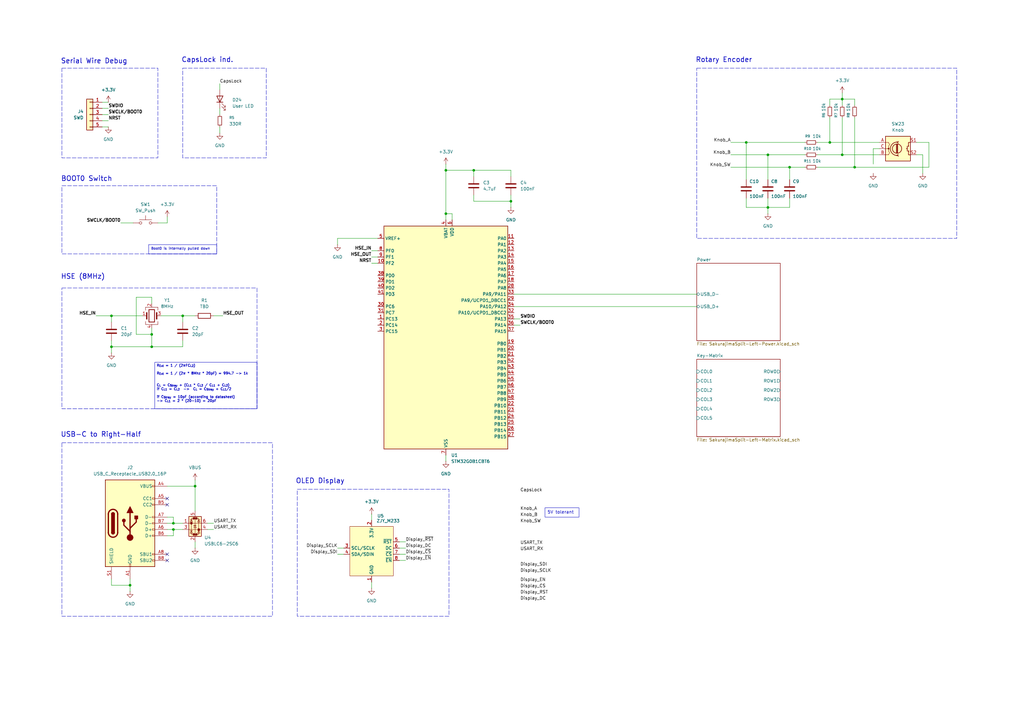
<source format=kicad_sch>
(kicad_sch (version 20250114) (generator "eeschema") (generator_version "9.0")
  (paper "A3")
  (title_block (title "SakurajimaSplit") (date "2025-05-22") (rev "1.0") (company "HayataSama") (comment 1 "https://github.com/HayataSama/SakurajimaSplit"))
  (lib_symbols
    (symbol "Connector:USB_C_Receptacle_USB2.0_16P" (pin_names (offset 1.016))
      (property "Reference" "J" (at 0 22.225 0))
      (property "Value" "USB_C_Receptacle_USB2.0_16P" (at 0 19.685 0))
      (symbol "USB_C_Receptacle_USB2.0_16P_0_0"
        (rectangle (start -0.254 -17.78) (end 0.254 -16.764))
        (rectangle (start 10.16 15.494) (end 9.144 14.986))
        (rectangle (start 10.16 10.414) (end 9.144 9.906))
        (rectangle (start 10.16 7.874) (end 9.144 7.366))
        (rectangle (start 10.16 2.794) (end 9.144 2.286))
        (rectangle (start 10.16 0.254) (end 9.144 -0.254))
        (rectangle (start 10.16 -2.286) (end 9.144 -2.794))
        (rectangle (start 10.16 -4.826) (end 9.144 -5.334))
        (rectangle (start 10.16 -12.446) (end 9.144 -12.954))
        (rectangle (start 10.16 -14.986) (end 9.144 -15.494))
      )
      (symbol "USB_C_Receptacle_USB2.0_16P_0_1"
        (rectangle (start -10.16 17.78) (end 10.16 -17.78) (stroke (width 0.254)) (fill (type background)))
        (polyline (pts (xy -8.89 -3.81) (xy -8.89 3.81)) (stroke (width 0.508)))
        (rectangle (start -7.62 -3.81) (end -6.35 3.81) (stroke (width 0.254)) (fill (type outline)))
        (arc (start -7.62 3.81) (mid -6.985 4.4423) (end -6.35 3.81) (stroke (width 0.254)))
        (arc (start -7.62 3.81) (mid -6.985 4.4423) (end -6.35 3.81) (stroke (width 0.254)) (fill (type outline)))
        (arc (start -8.89 3.81) (mid -6.985 5.7067) (end -5.08 3.81) (stroke (width 0.508)))
        (arc (start -5.08 -3.81) (mid -6.985 -5.7067) (end -8.89 -3.81) (stroke (width 0.508)))
        (arc (start -6.35 -3.81) (mid -6.985 -4.4423) (end -7.62 -3.81) (stroke (width 0.254)))
        (arc (start -6.35 -3.81) (mid -6.985 -4.4423) (end -7.62 -3.81) (stroke (width 0.254)) (fill (type outline)))
        (polyline (pts (xy -5.08 3.81) (xy -5.08 -3.81)) (stroke (width 0.508)))
        (circle (center -2.54 1.143) (radius 0.635) (stroke (width 0.254)) (fill (type outline)))
        (polyline (pts (xy -1.27 4.318) (xy 0 6.858) (xy 1.27 4.318) (xy -1.27 4.318)) (stroke (width 0.254)) (fill (type outline)))
        (polyline (pts (xy 0 -2.032) (xy 2.54 0.508) (xy 2.54 1.778)) (stroke (width 0.508)))
        (polyline (pts (xy 0 -3.302) (xy -2.54 -0.762) (xy -2.54 0.508)) (stroke (width 0.508)))
        (polyline (pts (xy 0 -5.842) (xy 0 4.318)) (stroke (width 0.508)))
        (circle (center 0 -5.842) (radius 1.27) (fill (type outline)))
        (rectangle (start 1.905 1.778) (end 3.175 3.048) (stroke (width 0.254)) (fill (type outline)))
      )
      (symbol "USB_C_Receptacle_USB2.0_16P_1_1"
        (pin passive line (at -7.62 -22.86 90) (length 5.08) (name "SHIELD") (number "S1"))
        (pin passive line (at 0 -22.86 90) (length 5.08) (name "GND") (number "A1"))
        (pin passive line (at 0 -22.86 90) (length 5.08) (hide yes) (name "GND") (number "A12"))
        (pin passive line (at 0 -22.86 90) (length 5.08) (hide yes) (name "GND") (number "B1"))
        (pin passive line (at 0 -22.86 90) (length 5.08) (hide yes) (name "GND") (number "B12"))
        (pin passive line (at 15.24 15.24 180) (length 5.08) (name "VBUS") (number "A4"))
        (pin passive line (at 15.24 15.24 180) (length 5.08) (hide yes) (name "VBUS") (number "A9"))
        (pin passive line (at 15.24 15.24 180) (length 5.08) (hide yes) (name "VBUS") (number "B4"))
        (pin passive line (at 15.24 15.24 180) (length 5.08) (hide yes) (name "VBUS") (number "B9"))
        (pin bidirectional line (at 15.24 10.16 180) (length 5.08) (name "CC1") (number "A5"))
        (pin bidirectional line (at 15.24 7.62 180) (length 5.08) (name "CC2") (number "B5"))
        (pin bidirectional line (at 15.24 2.54 180) (length 5.08) (name "D-") (number "A7"))
        (pin bidirectional line (at 15.24 0 180) (length 5.08) (name "D-") (number "B7"))
        (pin bidirectional line (at 15.24 -2.54 180) (length 5.08) (name "D+") (number "A6"))
        (pin bidirectional line (at 15.24 -5.08 180) (length 5.08) (name "D+") (number "B6"))
        (pin bidirectional line (at 15.24 -12.7 180) (length 5.08) (name "SBU1") (number "A8"))
        (pin bidirectional line (at 15.24 -15.24 180) (length 5.08) (name "SBU2") (number "B8"))
      )
    )
    (symbol "Connector_Generic:Conn_01x05" (pin_names (offset 1.016) (hide yes))
      (property "Reference" "J" (at 0 7.62 0))
      (property "Value" "Conn_01x05" (at 0 -7.62 0))
      (symbol "Conn_01x05_1_1"
        (rectangle (start -1.27 6.35) (end 1.27 -6.35) (stroke (width 0.254)) (fill (type background)))
        (rectangle (start -1.27 5.207) (end 0 4.953) (stroke (width 0.1524)))
        (rectangle (start -1.27 2.667) (end 0 2.413) (stroke (width 0.1524)))
        (rectangle (start -1.27 0.127) (end 0 -0.127) (stroke (width 0.1524)))
        (rectangle (start -1.27 -2.413) (end 0 -2.667) (stroke (width 0.1524)))
        (rectangle (start -1.27 -4.953) (end 0 -5.207) (stroke (width 0.1524)))
        (pin passive line (at -5.08 5.08 0) (length 3.81) (name "Pin_1") (number "1"))
        (pin passive line (at -5.08 2.54 0) (length 3.81) (name "Pin_2") (number "2"))
        (pin passive line (at -5.08 0 0) (length 3.81) (name "Pin_3") (number "3"))
        (pin passive line (at -5.08 -2.54 0) (length 3.81) (name "Pin_4") (number "4"))
        (pin passive line (at -5.08 -5.08 0) (length 3.81) (name "Pin_5") (number "5"))
      )
    )
    (symbol "Device:C" (pin_numbers (hide yes)) (pin_names (offset 0.254))
      (property "Reference" "C" (at 0.635 2.54 0))
      (property "Value" "C" (at 0.635 -2.54 0))
      (symbol "C_0_1"
        (polyline (pts (xy -2.032 0.762) (xy 2.032 0.762)) (stroke (width 0.508)))
        (polyline (pts (xy -2.032 -0.762) (xy 2.032 -0.762)) (stroke (width 0.508)))
      )
      (symbol "C_1_1"
        (pin passive line (at 0 3.81 270) (length 2.794) (name "~") (number "1"))
        (pin passive line (at 0 -3.81 90) (length 2.794) (name "~") (number "2"))
      )
    )
    (symbol "Device:Crystal_GND24" (pin_names (offset 1.016) (hide yes))
      (property "Reference" "Y" (at 3.175 5.08 0))
      (property "Value" "Crystal_GND24" (at 3.175 3.175 0))
      (symbol "Crystal_GND24_0_1"
        (polyline (pts (xy -2.54 2.286) (xy -2.54 3.556) (xy 2.54 3.556) (xy 2.54 2.286)))
        (polyline (pts (xy -2.54 0) (xy -2.032 0)))
        (polyline (pts (xy -2.54 -2.286) (xy -2.54 -3.556) (xy 2.54 -3.556) (xy 2.54 -2.286)))
        (polyline (pts (xy -2.032 -1.27) (xy -2.032 1.27)) (stroke (width 0.508)))
        (rectangle (start -1.143 2.54) (end 1.143 -2.54) (stroke (width 0.3048)))
        (polyline (pts (xy 0 3.556) (xy 0 3.81)))
        (polyline (pts (xy 0 -3.81) (xy 0 -3.556)))
        (polyline (pts (xy 2.032 0) (xy 2.54 0)))
        (polyline (pts (xy 2.032 -1.27) (xy 2.032 1.27)) (stroke (width 0.508)))
      )
      (symbol "Crystal_GND24_1_1"
        (pin passive line (at -3.81 0 0) (length 1.27) (name "1") (number "1"))
        (pin passive line (at 0 5.08 270) (length 1.27) (name "2") (number "2"))
        (pin passive line (at 0 -5.08 90) (length 1.27) (name "4") (number "4"))
        (pin passive line (at 3.81 0 180) (length 1.27) (name "3") (number "3"))
      )
    )
    (symbol "Device:LED" (pin_numbers (hide yes)) (pin_names (offset 1.016) (hide yes))
      (property "Reference" "D" (at 0 2.54 0))
      (property "Value" "LED" (at 0 -2.54 0))
      (symbol "LED_0_1"
        (polyline (pts (xy -3.048 -0.762) (xy -4.572 -2.286) (xy -3.81 -2.286) (xy -4.572 -2.286) (xy -4.572 -1.524)))
        (polyline (pts (xy -1.778 -0.762) (xy -3.302 -2.286) (xy -2.54 -2.286) (xy -3.302 -2.286) (xy -3.302 -1.524)))
        (polyline (pts (xy -1.27 0) (xy 1.27 0)))
        (polyline (pts (xy -1.27 -1.27) (xy -1.27 1.27)) (stroke (width 0.254)))
        (polyline (pts (xy 1.27 -1.27) (xy 1.27 1.27) (xy -1.27 0) (xy 1.27 -1.27)) (stroke (width 0.254)))
      )
      (symbol "LED_1_1"
        (pin passive line (at -3.81 0 0) (length 2.54) (name "K") (number "1"))
        (pin passive line (at 3.81 0 180) (length 2.54) (name "A") (number "2"))
      )
    )
    (symbol "Device:R" (pin_numbers (hide yes)) (pin_names (offset 0))
      (property "Reference" "R" (at 2.032 0 90))
      (property "Value" "R" (at 0 0 90))
      (symbol "R_0_1"
        (rectangle (start -1.016 -2.54) (end 1.016 2.54) (stroke (width 0.254)))
      )
      (symbol "R_1_1"
        (pin passive line (at 0 3.81 270) (length 1.27) (name "~") (number "1"))
        (pin passive line (at 0 -3.81 90) (length 1.27) (name "~") (number "2"))
      )
    )
    (symbol "Device:R_Small" (pin_numbers (hide yes)) (pin_names (offset 0.254) (hide yes))
      (property "Reference" "R" (at 0 0 90))
      (property "Value" "R_Small" (at 1.778 0 90))
      (symbol "R_Small_0_1"
        (rectangle (start -0.762 1.778) (end 0.762 -1.778) (stroke (width 0.2032)))
      )
      (symbol "R_Small_1_1"
        (pin passive line (at 0 2.54 270) (length 0.762) (name "~") (number "1"))
        (pin passive line (at 0 -2.54 90) (length 0.762) (name "~") (number "2"))
      )
    )
    (symbol "Device:RotaryEncoder_Switch" (pin_names (offset 0.254) (hide yes))
      (property "Reference" "SW" (at 0 6.604 0))
      (property "Value" "RotaryEncoder_Switch" (at 0 -6.604 0))
      (symbol "RotaryEncoder_Switch_0_1"
        (rectangle (start -5.08 5.08) (end 5.08 -5.08) (stroke (width 0.254)) (fill (type background)))
        (polyline (pts (xy -5.08 2.54) (xy -3.81 2.54) (xy -3.81 2.032)))
        (polyline (pts (xy -5.08 0) (xy -3.81 0) (xy -3.81 -1.016) (xy -3.302 -2.032)))
        (polyline (pts (xy -5.08 -2.54) (xy -3.81 -2.54) (xy -3.81 -2.032)))
        (polyline (pts (xy -4.318 0) (xy -3.81 0) (xy -3.81 1.016) (xy -3.302 2.032)))
        (circle (center -3.81 0) (radius 0.254) (fill (type outline)))
        (polyline (pts (xy -0.635 -1.778) (xy -0.635 1.778)) (stroke (width 0.254)))
        (circle (center -0.381 0) (radius 1.905) (stroke (width 0.254)))
        (polyline (pts (xy -0.381 -1.778) (xy -0.381 1.778)) (stroke (width 0.254)))
        (arc (start -0.381 -2.794) (mid -3.0988 -0.0635) (end -0.381 2.667) (stroke (width 0.254)))
        (polyline (pts (xy -0.127 1.778) (xy -0.127 -1.778)) (stroke (width 0.254)))
        (polyline (pts (xy 0.254 2.921) (xy -0.508 2.667) (xy 0.127 2.286)) (stroke (width 0.254)))
        (polyline (pts (xy 0.254 -3.048) (xy -0.508 -2.794) (xy 0.127 -2.413)) (stroke (width 0.254)))
        (polyline (pts (xy 3.81 1.016) (xy 3.81 -1.016)) (stroke (width 0.254)))
        (polyline (pts (xy 3.81 0) (xy 3.429 0)) (stroke (width 0.254)))
        (circle (center 4.318 1.016) (radius 0.127) (stroke (width 0.254)))
        (circle (center 4.318 -1.016) (radius 0.127) (stroke (width 0.254)))
        (polyline (pts (xy 5.08 2.54) (xy 4.318 2.54) (xy 4.318 1.016)) (stroke (width 0.254)))
        (polyline (pts (xy 5.08 -2.54) (xy 4.318 -2.54) (xy 4.318 -1.016)) (stroke (width 0.254)))
      )
      (symbol "RotaryEncoder_Switch_1_1"
        (pin passive line (at -7.62 2.54 0) (length 2.54) (name "A") (number "A"))
        (pin passive line (at -7.62 0 0) (length 2.54) (name "C") (number "C"))
        (pin passive line (at -7.62 -2.54 0) (length 2.54) (name "B") (number "B"))
        (pin passive line (at 7.62 2.54 180) (length 2.54) (name "S1") (number "S1"))
        (pin passive line (at 7.62 -2.54 180) (length 2.54) (name "S2") (number "S2"))
      )
    )
    (symbol "Hayata_Lib:OLED_SSD1305"
      (property "Reference" "U" (at 7.366 14.224 0))
      (symbol "OLED_SSD1305_1_1"
        (rectangle (start -8.89 11.43) (end 8.89 -8.89) (fill (type background)))
        (pin input line (at -11.43 2.54 0) (length 2.54) (name "SCL/SCLK") (number "3"))
        (pin input line (at -11.43 0 0) (length 2.54) (name "SDA/SDIN") (number "4"))
        (pin power_in line (at 0 13.97 270) (length 2.54) (name "3.3V") (number "2"))
        (pin power_in line (at 0 -11.43 90) (length 2.54) (name "GND") (number "1"))
        (pin input line (at 11.43 5.08 180) (length 2.54) (name "~{RST}") (number "5"))
        (pin input line (at 11.43 2.54 180) (length 2.54) (name "DC") (number "6"))
        (pin input line (at 11.43 0 180) (length 2.54) (name "~{CS}") (number "7"))
        (pin input line (at 11.43 -2.54 180) (length 2.54) (name "~{EN}") (number "8"))
      )
    )
    (symbol "MCU_ST_STM32G0:STM32G0B1CBTx"
      (property "Reference" "U" (at -25.4 46.99 0))
      (property "Value" "STM32G0B1CBTx" (at 5.08 46.99 0))
      (symbol "STM32G0B1CBTx_0_1"
        (rectangle (start -25.4 -45.72) (end 25.4 45.72) (stroke (width 0.254)) (fill (type background)))
      )
      (symbol "STM32G0B1CBTx_1_1"
        (pin input line (at -27.94 40.64 0) (length 2.54) (name "VREF+") (number "5"))
        (pin bidirectional line (at -27.94 35.56 0) (length 2.54) (name "PF0") (number "8"))
        (pin bidirectional line (at -27.94 33.02 0) (length 2.54) (name "PF1") (number "9"))
        (pin bidirectional line (at -27.94 30.48 0) (length 2.54) (name "PF2") (number "10"))
        (pin bidirectional line (at -27.94 25.4 0) (length 2.54) (name "PD0") (number "38"))
        (pin bidirectional line (at -27.94 22.86 0) (length 2.54) (name "PD1") (number "39"))
        (pin bidirectional line (at -27.94 20.32 0) (length 2.54) (name "PD2") (number "40"))
        (pin bidirectional line (at -27.94 17.78 0) (length 2.54) (name "PD3") (number "41"))
        (pin bidirectional line (at -27.94 12.7 0) (length 2.54) (name "PC6") (number "30"))
        (pin bidirectional line (at -27.94 10.16 0) (length 2.54) (name "PC7") (number "31"))
        (pin bidirectional line (at -27.94 7.62 0) (length 2.54) (name "PC13") (number "1"))
        (pin bidirectional line (at -27.94 5.08 0) (length 2.54) (name "PC14") (number "2"))
        (pin bidirectional line (at -27.94 2.54 0) (length 2.54) (name "PC15") (number "3"))
        (pin power_in line (at 0 48.26 270) (length 2.54) (name "VBAT") (number "4"))
        (pin power_in line (at 0 -48.26 90) (length 2.54) (name "VSS") (number "7"))
        (pin power_in line (at 2.54 48.26 270) (length 2.54) (name "VDD") (number "6"))
        (pin bidirectional line (at 27.94 40.64 180) (length 2.54) (name "PA0") (number "11"))
        (pin bidirectional line (at 27.94 38.1 180) (length 2.54) (name "PA1") (number "12"))
        (pin bidirectional line (at 27.94 35.56 180) (length 2.54) (name "PA2") (number "13"))
        (pin bidirectional line (at 27.94 33.02 180) (length 2.54) (name "PA3") (number "14"))
        (pin bidirectional line (at 27.94 30.48 180) (length 2.54) (name "PA4") (number "15"))
        (pin bidirectional line (at 27.94 27.94 180) (length 2.54) (name "PA5") (number "16"))
        (pin bidirectional line (at 27.94 25.4 180) (length 2.54) (name "PA6") (number "17"))
        (pin bidirectional line (at 27.94 22.86 180) (length 2.54) (name "PA7") (number "18"))
        (pin bidirectional line (at 27.94 20.32 180) (length 2.54) (name "PA8") (number "28"))
        (pin bidirectional line (at 27.94 17.78 180) (length 2.54) (name "PA9/PA11") (number "33"))
        (pin bidirectional line (at 27.94 15.24 180) (length 2.54) (name "PA9/UCPD1_DBCC1") (number "29"))
        (pin bidirectional line (at 27.94 12.7 180) (length 2.54) (name "PA10/PA12") (number "34"))
        (pin bidirectional line (at 27.94 10.16 180) (length 2.54) (name "PA10/UCPD1_DBCC2") (number "32"))
        (pin bidirectional line (at 27.94 7.62 180) (length 2.54) (name "PA13") (number "35"))
        (pin bidirectional line (at 27.94 5.08 180) (length 2.54) (name "PA14") (number "36"))
        (pin bidirectional line (at 27.94 2.54 180) (length 2.54) (name "PA15") (number "37"))
        (pin bidirectional line (at 27.94 -2.54 180) (length 2.54) (name "PB0") (number "19"))
        (pin bidirectional line (at 27.94 -5.08 180) (length 2.54) (name "PB1") (number "20"))
        (pin bidirectional line (at 27.94 -7.62 180) (length 2.54) (name "PB2") (number "21"))
        (pin bidirectional line (at 27.94 -10.16 180) (length 2.54) (name "PB3") (number "42"))
        (pin bidirectional line (at 27.94 -12.7 180) (length 2.54) (name "PB4") (number "43"))
        (pin bidirectional line (at 27.94 -15.24 180) (length 2.54) (name "PB5") (number "44"))
        (pin bidirectional line (at 27.94 -17.78 180) (length 2.54) (name "PB6") (number "45"))
        (pin bidirectional line (at 27.94 -20.32 180) (length 2.54) (name "PB7") (number "46"))
        (pin bidirectional line (at 27.94 -22.86 180) (length 2.54) (name "PB8") (number "47"))
        (pin bidirectional line (at 27.94 -25.4 180) (length 2.54) (name "PB9") (number "48"))
        (pin bidirectional line (at 27.94 -27.94 180) (length 2.54) (name "PB10") (number "22"))
        (pin bidirectional line (at 27.94 -30.48 180) (length 2.54) (name "PB11") (number "23"))
        (pin bidirectional line (at 27.94 -33.02 180) (length 2.54) (name "PB12") (number "24"))
        (pin bidirectional line (at 27.94 -35.56 180) (length 2.54) (name "PB13") (number "25"))
        (pin bidirectional line (at 27.94 -38.1 180) (length 2.54) (name "PB14") (number "26"))
        (pin bidirectional line (at 27.94 -40.64 180) (length 2.54) (name "PB15") (number "27"))
      )
    )
    (symbol "Power_Protection:USBLC6-2SC6" (pin_names (hide yes))
      (property "Reference" "U" (at 0.635 5.715 0))
      (property "Value" "USBLC6-2SC6" (at 0.635 3.81 0))
      (symbol "USBLC6-2SC6_0_0"
        (circle (center -1.524 0) (radius 0.0001) (stroke (width 0.508)))
        (circle (center -0.508 2.032) (radius 0.0001) (stroke (width 0.508)))
        (circle (center -0.508 -4.572) (radius 0.0001) (stroke (width 0.508)))
        (circle (center 0.508 2.032) (radius 0.0001) (stroke (width 0.508)))
        (circle (center 0.508 -4.572) (radius 0.0001) (stroke (width 0.508)))
        (circle (center 1.524 -2.54) (radius 0.0001) (stroke (width 0.508)))
      )
      (symbol "USBLC6-2SC6_0_1"
        (polyline (pts (xy -2.54 0) (xy 2.54 0)))
        (polyline (pts (xy -2.54 -2.54) (xy 2.54 -2.54)))
        (polyline (pts (xy -2.032 0.508) (xy -1.016 0.508) (xy -1.524 1.524) (xy -2.032 0.508)))
        (polyline (pts (xy -2.032 -3.048) (xy -1.016 -3.048)))
        (polyline (pts (xy -1.016 1.524) (xy -2.032 1.524)))
        (polyline (pts (xy -1.016 -4.064) (xy -2.032 -4.064) (xy -1.524 -3.048) (xy -1.016 -4.064)))
        (polyline (pts (xy -0.508 -1.143) (xy -0.508 -0.762) (xy 0.508 -0.762)))
        (polyline (pts (xy 0 2.54) (xy -0.508 2.032) (xy 0.508 2.032) (xy 0 1.524) (xy 0 -4.064) (xy -0.508 -4.572) (xy 0.508 -4.572) (xy 0 -5.08)))
        (polyline (pts (xy 0.508 -1.778) (xy -0.508 -1.778) (xy 0 -0.762) (xy 0.508 -1.778)))
        (polyline (pts (xy 1.016 1.524) (xy 2.032 1.524)))
        (polyline (pts (xy 1.016 -3.048) (xy 2.032 -3.048)))
        (polyline (pts (xy 2.032 0.508) (xy 1.016 0.508) (xy 1.524 1.524) (xy 2.032 0.508)))
        (polyline (pts (xy 2.032 -4.064) (xy 1.016 -4.064) (xy 1.524 -3.048) (xy 2.032 -4.064)))
      )
      (symbol "USBLC6-2SC6_1_1"
        (rectangle (start -2.54 2.794) (end 2.54 -5.334) (stroke (width 0.254)) (fill (type background)))
        (polyline (pts (xy -0.508 2.032) (xy -1.524 2.032) (xy -1.524 -4.572) (xy -0.508 -4.572)))
        (polyline (pts (xy 0.508 -4.572) (xy 1.524 -4.572) (xy 1.524 2.032) (xy 0.508 2.032)))
        (pin passive line (at -5.08 0 0) (length 2.54) (name "I/O1") (number "1"))
        (pin passive line (at -5.08 -2.54 0) (length 2.54) (name "I/O2") (number "3"))
        (pin passive line (at 0 5.08 270) (length 2.54) (name "VBUS") (number "5"))
        (pin passive line (at 0 -7.62 90) (length 2.54) (name "GND") (number "2"))
        (pin passive line (at 5.08 0 180) (length 2.54) (name "I/O1") (number "6"))
        (pin passive line (at 5.08 -2.54 180) (length 2.54) (name "I/O2") (number "4"))
      )
    )
    (symbol "Switch:SW_Push" (pin_numbers (hide yes)) (pin_names (offset 1.016) (hide yes))
      (property "Reference" "SW" (at 1.27 2.54 0))
      (property "Value" "SW_Push" (at 0 -1.524 0))
      (symbol "SW_Push_0_1"
        (circle (center -2.032 0) (radius 0.508))
        (polyline (pts (xy 0 1.27) (xy 0 3.048)))
        (circle (center 2.032 0) (radius 0.508))
        (polyline (pts (xy 2.54 1.27) (xy -2.54 1.27)))
        (pin passive line (at -5.08 0 0) (length 2.54) (name "1") (number "1"))
        (pin passive line (at 5.08 0 180) (length 2.54) (name "2") (number "2"))
      )
    )
    (symbol "power:+3.3V" (power) (pin_numbers (hide yes)) (pin_names (offset 0) (hide yes))
      (property "Value" "+3.3V" (at 0 3.556 0))
      (symbol "+3.3V_0_1"
        (polyline (pts (xy -0.762 1.27) (xy 0 2.54)))
        (polyline (pts (xy 0 2.54) (xy 0.762 1.27)))
        (polyline (pts (xy 0 0) (xy 0 2.54)))
      )
      (symbol "+3.3V_1_1"
        (pin power_in line (at 0 0 90) (length 0) (name "~") (number "1"))
      )
    )
    (symbol "power:+5V" (power) (pin_numbers (hide yes)) (pin_names (offset 0) (hide yes))
      (property "Value" "+5V" (at 0 3.556 0))
      (symbol "+5V_0_1"
        (polyline (pts (xy -0.762 1.27) (xy 0 2.54)))
        (polyline (pts (xy 0 2.54) (xy 0.762 1.27)))
        (polyline (pts (xy 0 0) (xy 0 2.54)))
      )
      (symbol "+5V_1_1"
        (pin power_in line (at 0 0 90) (length 0) (name "~") (number "1"))
      )
    )
    (symbol "power:GND" (power) (pin_numbers (hide yes)) (pin_names (offset 0) (hide yes))
      (property "Value" "GND" (at 0 -3.81 0))
      (symbol "GND_0_1"
        (polyline (pts (xy 0 0) (xy 0 -1.27) (xy 1.27 -1.27) (xy 0 -2.54) (xy -1.27 -1.27) (xy 0 -1.27)))
      )
      (symbol "GND_1_1"
        (pin power_in line (at 0 0 270) (length 0) (name "~") (number "1"))
      )
    )
    (symbol "power:VBUS" (power) (pin_numbers (hide yes)) (pin_names (offset 0) (hide yes))
      (property "Value" "VBUS" (at 0 3.556 0))
      (symbol "VBUS_0_1"
        (polyline (pts (xy -0.762 1.27) (xy 0 2.54)))
        (polyline (pts (xy 0 2.54) (xy 0.762 1.27)))
        (polyline (pts (xy 0 0) (xy 0 2.54)))
      )
      (symbol "VBUS_1_1"
        (pin power_in line (at 0 0 90) (length 0) (name "~") (number "1"))
      )
    )
  )
  (rectangle (start 74.93 27.94) (end 109.22 64.77) (stroke (width 0) (type dash)))
  (rectangle (start 25.4 118.11) (end 105.41 167.64) (stroke (width 0) (type dash)))
  (rectangle (start 285.75 27.94) (end 392.43 97.79) (stroke (width 0) (type dash)))
  (rectangle (start 25.4 27.94) (end 64.77 64.77) (stroke (width 0) (type dash)))
  (rectangle (start 25.4 76.2) (end 88.9 104.14) (stroke (width 0) (type dash)))
  (rectangle (start 121.92 200.66) (end 184.15 252.73) (stroke (width 0) (type dash)))
  (rectangle (start 25.4 181.61) (end 111.76 252.73) (stroke (width 0) (type dash)))
  (text "HSE (8MHz)" (at 34.036 113.538 0) (effects (font (size 2 2) (thickness 0.254) (bold yes))))
  (text "USB-C to Right-Half\n" (at 41.402 178.308 0) (effects (font (size 2 2) (thickness 0.254) (bold yes))))
  (text "Rotary Encoder" (at 296.926 24.638 0) (effects (font (size 2 2) (thickness 0.254) (bold yes))))
  (text "Serial Wire Debug" (at 38.608 25.146 0) (effects (font (size 2 2) (thickness 0.254) (bold yes))))
  (text "CapsLock ind." (at 85.09 24.638 0) (effects (font (size 2 2) (thickness 0.254) (bold yes))))
  (text "BOOT0 Switch" (at 35.56 73.406 0) (effects (font (size 2 2) (thickness 0.254) (bold yes))))
  (text "OLED Display" (at 131.318 197.358 0) (effects (font (size 2 2) (thickness 0.254) (bold yes))))
  (text_box "5V tolerant" (at 223.52 208.28 0) (size 13.97 3.81) (margins 0.9525 0.9525 0.9525 0.9525) (effects (font (size 1.27 1.27)) (justify left top)))
  (text_box "R_{Ext} = 1 / (2πFC_{L2})\n\nR_{Ext} = 1 / (2π * 8Mhz * 20pF) = 994.7 -> 1k\n\n\nC_{L} = C_{Stray} + (C_{L_{1}} * C_{L_{2}} / C_{L_{1}} + C_{L_{2}})\nif C_{L_{1}} = C_{L_{2}}  ->  C_{L} = C_{Stray} + C_{L_{1}}/2\n\nif C_{Stray} = 10pF (according to datasheet)\n-> C_{L_{1}} = 2 * (20-10) = 20pF" (at 63.5 148.59 0) (size 41.91 19.05) (margins 0.6858 0.6858 0.6858 0.6858) (effects (font (size 1 1) (thickness 0.2) (bold yes)) (justify left top)))
  (text_box "Boot0 is internally pulled down" (at 60.96 100.33 0) (size 27.94 3.81) (margins 0.9525 0.9525 0.9525 0.9525) (effects (font (size 1 1)) (justify left top)))
  (junction (at 182.88 87.63))
  (junction (at 314.96 85.09))
  (junction (at 62.23 137.16))
  (junction (at 80.01 199.39))
  (junction (at 350.52 68.58))
  (junction (at 182.88 69.85))
  (junction (at 74.93 129.54))
  (junction (at 345.44 63.5))
  (junction (at 340.36 58.42))
  (junction (at 209.55 82.55))
  (junction (at 71.12 217.17))
  (junction (at 306.07 58.42))
  (junction (at 314.96 63.5))
  (junction (at 71.12 214.63))
  (junction (at 45.72 142.24))
  (junction (at 62.23 142.24))
  (junction (at 345.44 40.64))
  (junction (at 45.72 129.54))
  (junction (at 53.34 240.03))
  (junction (at 194.31 69.85))
  (junction (at 323.85 68.58))
  (no_connect (at 68.58 207.01))
  (no_connect (at 68.58 229.87))
  (no_connect (at 68.58 227.33))
  (no_connect (at 68.58 204.47))
  (wire (pts (xy 194.31 69.85) (xy 209.55 69.85)))
  (wire (pts (xy 74.93 142.24) (xy 74.93 139.7)))
  (wire (pts (xy 323.85 73.66) (xy 323.85 68.58)))
  (wire (pts (xy 163.83 229.87) (xy 166.37 229.87)))
  (wire (pts (xy 314.96 73.66) (xy 314.96 63.5)))
  (wire (pts (xy 55.88 121.92) (xy 55.88 137.16)))
  (wire (pts (xy 87.63 217.17) (xy 85.09 217.17)))
  (wire (pts (xy 39.37 129.54) (xy 45.72 129.54)))
  (wire (pts (xy 306.07 73.66) (xy 306.07 58.42)))
  (wire (pts (xy 314.96 85.09) (xy 314.96 87.63)))
  (wire (pts (xy 345.44 40.64) (xy 345.44 43.18)))
  (wire (pts (xy 152.4 210.82) (xy 152.4 213.36)))
  (wire (pts (xy 53.34 242.57) (xy 53.34 240.03)))
  (wire (pts (xy 345.44 63.5) (xy 360.68 63.5)))
  (wire (pts (xy 71.12 217.17) (xy 71.12 219.71)))
  (wire (pts (xy 138.43 97.79) (xy 154.94 97.79)))
  (wire (pts (xy 62.23 124.46) (xy 62.23 121.92)))
  (wire (pts (xy 381 58.42) (xy 381 68.58)))
  (wire (pts (xy 340.36 48.26) (xy 340.36 58.42)))
  (wire (pts (xy 41.91 49.53) (xy 44.45 49.53)))
  (wire (pts (xy 71.12 219.71) (xy 68.58 219.71)))
  (wire (pts (xy 45.72 129.54) (xy 58.42 129.54)))
  (wire (pts (xy 53.34 240.03) (xy 53.34 237.49)))
  (wire (pts (xy 314.96 85.09) (xy 323.85 85.09)))
  (wire (pts (xy 213.36 133.35) (xy 210.82 133.35)))
  (wire (pts (xy 152.4 102.87) (xy 154.94 102.87)))
  (wire (pts (xy 71.12 217.17) (xy 74.93 217.17)))
  (wire (pts (xy 62.23 121.92) (xy 55.88 121.92)))
  (wire (pts (xy 68.58 217.17) (xy 71.12 217.17)))
  (wire (pts (xy 41.91 44.45) (xy 44.45 44.45)))
  (wire (pts (xy 194.31 80.01) (xy 194.31 82.55)))
  (wire (pts (xy 68.58 91.44) (xy 68.58 88.9)))
  (wire (pts (xy 44.45 41.91) (xy 41.91 41.91)))
  (wire (pts (xy 49.53 91.44) (xy 54.61 91.44)))
  (wire (pts (xy 152.4 107.95) (xy 154.94 107.95)))
  (wire (pts (xy 350.52 43.18) (xy 350.52 40.64)))
  (wire (pts (xy 182.88 87.63) (xy 185.42 87.63)))
  (wire (pts (xy 182.88 186.69) (xy 182.88 189.23)))
  (wire (pts (xy 163.83 222.25) (xy 166.37 222.25)))
  (wire (pts (xy 340.36 58.42) (xy 360.68 58.42)))
  (wire (pts (xy 323.85 68.58) (xy 330.2 68.58)))
  (wire (pts (xy 350.52 40.64) (xy 345.44 40.64)))
  (wire (pts (xy 299.72 63.5) (xy 314.96 63.5)))
  (wire (pts (xy 299.72 68.58) (xy 323.85 68.58)))
  (wire (pts (xy 350.52 48.26) (xy 350.52 68.58)))
  (wire (pts (xy 62.23 137.16) (xy 62.23 142.24)))
  (wire (pts (xy 182.88 90.17) (xy 182.88 87.63)))
  (wire (pts (xy 90.17 34.29) (xy 90.17 36.83)))
  (wire (pts (xy 209.55 80.01) (xy 209.55 82.55)))
  (wire (pts (xy 71.12 212.09) (xy 71.12 214.63)))
  (wire (pts (xy 358.14 60.96) (xy 358.14 67.31)))
  (wire (pts (xy 138.43 227.33) (xy 140.97 227.33)))
  (wire (pts (xy 314.96 81.28) (xy 314.96 85.09)))
  (wire (pts (xy 213.36 130.81) (xy 210.82 130.81)))
  (wire (pts (xy 185.42 87.63) (xy 185.42 90.17)))
  (wire (pts (xy 90.17 44.45) (xy 90.17 46.99)))
  (wire (pts (xy 210.82 125.73) (xy 285.75 125.73)))
  (wire (pts (xy 375.92 58.42) (xy 381 58.42)))
  (wire (pts (xy 345.44 38.1) (xy 345.44 40.64)))
  (wire (pts (xy 194.31 72.39) (xy 194.31 69.85)))
  (wire (pts (xy 80.01 196.85) (xy 80.01 199.39)))
  (wire (pts (xy 210.82 120.65) (xy 285.75 120.65)))
  (wire (pts (xy 323.85 81.28) (xy 323.85 85.09)))
  (wire (pts (xy 66.04 129.54) (xy 74.93 129.54)))
  (wire (pts (xy 345.44 48.26) (xy 345.44 63.5)))
  (wire (pts (xy 299.72 58.42) (xy 306.07 58.42)))
  (wire (pts (xy 55.88 137.16) (xy 62.23 137.16)))
  (wire (pts (xy 306.07 85.09) (xy 314.96 85.09)))
  (wire (pts (xy 74.93 129.54) (xy 80.01 129.54)))
  (wire (pts (xy 68.58 214.63) (xy 71.12 214.63)))
  (wire (pts (xy 209.55 69.85) (xy 209.55 72.39)))
  (wire (pts (xy 74.93 132.08) (xy 74.93 129.54)))
  (wire (pts (xy 340.36 40.64) (xy 345.44 40.64)))
  (wire (pts (xy 80.01 222.25) (xy 80.01 224.79)))
  (wire (pts (xy 87.63 214.63) (xy 85.09 214.63)))
  (wire (pts (xy 163.83 224.79) (xy 166.37 224.79)))
  (wire (pts (xy 45.72 144.78) (xy 45.72 142.24)))
  (wire (pts (xy 182.88 69.85) (xy 182.88 87.63)))
  (wire (pts (xy 340.36 40.64) (xy 340.36 43.18)))
  (wire (pts (xy 68.58 199.39) (xy 80.01 199.39)))
  (wire (pts (xy 45.72 237.49) (xy 45.72 240.03)))
  (wire (pts (xy 45.72 240.03) (xy 53.34 240.03)))
  (wire (pts (xy 335.28 68.58) (xy 350.52 68.58)))
  (wire (pts (xy 152.4 105.41) (xy 154.94 105.41)))
  (wire (pts (xy 163.83 227.33) (xy 166.37 227.33)))
  (wire (pts (xy 68.58 212.09) (xy 71.12 212.09)))
  (wire (pts (xy 138.43 100.33) (xy 138.43 97.79)))
  (wire (pts (xy 194.31 82.55) (xy 209.55 82.55)))
  (wire (pts (xy 80.01 199.39) (xy 80.01 209.55)))
  (wire (pts (xy 87.63 129.54) (xy 91.44 129.54)))
  (wire (pts (xy 62.23 142.24) (xy 74.93 142.24)))
  (wire (pts (xy 138.43 224.79) (xy 140.97 224.79)))
  (wire (pts (xy 378.46 63.5) (xy 378.46 71.12)))
  (wire (pts (xy 350.52 68.58) (xy 381 68.58)))
  (wire (pts (xy 209.55 82.55) (xy 209.55 85.09)))
  (wire (pts (xy 335.28 63.5) (xy 345.44 63.5)))
  (wire (pts (xy 306.07 58.42) (xy 330.2 58.42)))
  (wire (pts (xy 314.96 63.5) (xy 330.2 63.5)))
  (wire (pts (xy 45.72 132.08) (xy 45.72 129.54)))
  (wire (pts (xy 375.92 63.5) (xy 378.46 63.5)))
  (wire (pts (xy 90.17 52.07) (xy 90.17 54.61)))
  (wire (pts (xy 41.91 52.07) (xy 44.45 52.07)))
  (wire (pts (xy 152.4 238.76) (xy 152.4 241.3)))
  (wire (pts (xy 62.23 134.62) (xy 62.23 137.16)))
  (wire (pts (xy 335.28 58.42) (xy 340.36 58.42)))
  (wire (pts (xy 182.88 69.85) (xy 194.31 69.85)))
  (wire (pts (xy 360.68 60.96) (xy 358.14 60.96)))
  (wire (pts (xy 45.72 142.24) (xy 45.72 139.7)))
  (wire (pts (xy 182.88 67.31) (xy 182.88 69.85)))
  (wire (pts (xy 64.77 91.44) (xy 68.58 91.44)))
  (wire (pts (xy 45.72 142.24) (xy 62.23 142.24)))
  (wire (pts (xy 71.12 214.63) (xy 74.93 214.63)))
  (wire (pts (xy 41.91 46.99) (xy 44.45 46.99)))
  (wire (pts (xy 306.07 81.28) (xy 306.07 85.09)))
  (label "Display_SDI" (at 213.36 232.41 0))
  (label "USART_TX" (at 87.63 214.63 0))
  (label "HSE_OUT" (at 152.4 105.41 180) (effects (font (thickness 0.254) (bold yes))))
  (label "SWCLK{slash}BOOT0" (at 44.45 46.99 0) (effects (font (thickness 0.254) (bold yes))))
  (label "Display_~{CS}" (at 166.37 227.33 0))
  (label "NRST" (at 44.45 49.53 0) (effects (font (thickness 0.254) (bold yes))))
  (label "USART_TX" (at 213.36 223.52 0))
  (label "Display_SDI" (at 138.43 227.33 180))
  (label "CapsLock" (at 90.17 34.29 0))
  (label "Knob_A" (at 213.36 209.55 0))
  (label "Display_~{EN}" (at 166.37 229.87 0))
  (label "Knob_A" (at 299.72 58.42 180))
  (label "SWDIO" (at 213.36 130.81 0) (effects (font (thickness 0.254) (bold yes))))
  (label "HSE_OUT" (at 91.44 129.54 0) (effects (font (thickness 0.254) (bold yes))))
  (label "USART_RX" (at 87.63 217.17 0))
  (label "Display_DC" (at 213.36 246.38 0))
  (label "Display_RST" (at 213.36 243.84 0))
  (label "SWCLK{slash}BOOT0" (at 49.53 91.44 180) (effects (font (thickness 0.254) (bold yes))))
  (label "Display_DC" (at 166.37 224.79 0))
  (label "SWCLK{slash}BOOT0" (at 213.36 133.35 0) (effects (font (thickness 0.254) (bold yes))))
  (label "Knob_B" (at 299.72 63.5 180))
  (label "Knob_SW" (at 213.36 214.63 0))
  (label "HSE_IN" (at 39.37 129.54 180) (effects (font (thickness 0.254) (bold yes))))
  (label "CapsLock" (at 213.36 201.93 0))
  (label "Display_CS" (at 213.36 241.3 0))
  (label "Knob_B" (at 213.36 212.09 0))
  (label "Display_SCLK" (at 213.36 234.95 0))
  (label "NRST" (at 152.4 107.95 180) (effects (font (thickness 0.254) (bold yes))))
  (label "Knob_SW" (at 299.72 68.58 180))
  (label "Display_EN" (at 213.36 238.76 0))
  (label "USART_RX" (at 213.36 226.06 0))
  (label "Display_~{RST}" (at 166.37 222.25 0))
  (label "Display_SCLK" (at 138.43 224.79 180))
  (label "SWDIO" (at 44.45 44.45 0) (effects (font (thickness 0.254) (bold yes))))
  (label "HSE_IN" (at 152.4 102.87 180) (effects (font (thickness 0.254) (bold yes))))
  (symbol (lib_id "Device:RotaryEncoder_Switch") (at 368.3 60.96 0) (unit 1)
    (property "Reference" "SW23" (at 368.3 50.8 0))
    (property "Value" "Knob" (at 368.3 53.34 0))
    (property "Description" "Rotary encoder, dual channel, incremental quadrate outputs, with switch" (effects (hide yes)))
  )
  (symbol (lib_id "power:GND") (at 80.01 224.79 0) (unit 1)
    (property "Reference" "#PWR023" (effects (hide yes)))
    (property "Value" "GND" (at 80.01 229.87 0))
    (property "Description" "Power symbol creates a global label with name \"GND\" , ground" (effects (hide yes)))
  )
  (symbol (lib_id "power:GND") (at 53.34 242.57 0) (unit 1)
    (property "Reference" "#PWR09" (effects (hide yes)))
    (property "Value" "GND" (at 53.34 247.65 0))
    (property "Description" "Power symbol creates a global label with name \"GND\" , ground" (effects (hide yes)))
  )
  (symbol (lib_id "Device:R_Small") (at 332.74 63.5 90) (unit 1)
    (property "Reference" "R10" (at 331.216 60.96 90) (effects (font (size 1.016 1.016))))
    (property "Value" "10k" (at 335.026 60.96 90))
    (property "Description" "Resistor, small symbol" (effects (hide yes)))
  )
  (symbol (lib_id "Device:R_Small") (at 332.74 58.42 90) (unit 1)
    (property "Reference" "R9" (at 331.216 55.88 90) (effects (font (size 1.016 1.016))))
    (property "Value" "10k" (at 335.026 55.88 90))
    (property "Description" "Resistor, small symbol" (effects (hide yes)))
  )
  (symbol (lib_id "Device:C") (at 314.96 77.47 0) (unit 1)
    (property "Reference" "C8" (at 316.23 74.422 0) (effects (justify left)))
    (property "Value" "100nF" (at 316.23 80.518 0) (effects (justify left)))
    (property "Description" "Unpolarized capacitor" (effects (hide yes)))
  )
  (symbol (lib_id "Device:C") (at 323.85 77.47 0) (unit 1)
    (property "Reference" "C9" (at 325.12 74.422 0) (effects (justify left)))
    (property "Value" "100nF" (at 325.12 80.518 0) (effects (justify left)))
    (property "Description" "Unpolarized capacitor" (effects (hide yes)))
  )
  (symbol (lib_id "power:GND") (at 138.43 100.33 0) (unit 1)
    (property "Reference" "#PWR021" (effects (hide yes)))
    (property "Value" "GND" (at 138.43 105.41 0))
    (property "Description" "Power symbol creates a global label with name \"GND\" , ground" (effects (hide yes)))
  )
  (symbol (lib_id "MCU_ST_STM32G0:STM32G0B1CBTx") (at 182.88 138.43 0) (unit 1)
    (property "Reference" "U1" (at 185.0233 186.69 0) (effects (justify left)))
    (property "Value" "STM32G0B1CBT6" (at 185.0233 189.23 0) (effects (justify left)))
    (property "Footprint" "Package_QFP:LQFP-48_7x7mm_P0.5mm" (effects (hide yes)))
    (property "Datasheet" "https://www.st.com/resource/en/datasheet/stm32g0b1cb.pdf" (effects (hide yes)))
    (property "Description" "STMicroelectronics Arm Cortex-M0+ MCU, 128KB flash, 144KB RAM, 64 MHz, 1.7-3.6V, 44 GPIO, LQFP48" (effects (hide yes)))
  )
  (symbol (lib_id "Device:C") (at 306.07 77.47 0) (unit 1)
    (property "Reference" "C10" (at 307.34 74.422 0) (effects (justify left)))
    (property "Value" "100nF" (at 307.34 80.518 0) (effects (justify left)))
    (property "Description" "Unpolarized capacitor" (effects (hide yes)))
  )
  (symbol (lib_id "Power_Protection:USBLC6-2SC6") (at 80.01 214.63 0) (unit 1)
    (property "Reference" "U4" (at 83.82 220.472 0) (effects (justify left)))
    (property "Value" "USBLC6-2SC6" (at 83.82 223.012 0) (effects (justify left)))
    (property "Footprint" "Package_TO_SOT_SMD:SOT-23-6" (effects (hide yes)))
    (property "Datasheet" "https://www.st.com/resource/en/datasheet/usblc6-2.pdf" (effects (hide yes)))
    (property "Description" "Very low capacitance ESD protection diode, 2 data-line, SOT-23-6" (effects (hide yes)))
  )
  (symbol (lib_id "Device:R_Small") (at 350.52 45.72 180) (unit 1)
    (property "Reference" "R8" (at 347.98 47.244 90) (effects (font (size 1.016 1.016))))
    (property "Value" "10k" (at 347.98 43.942 90))
    (property "Description" "Resistor, small symbol" (effects (hide yes)))
  )
  (symbol (lib_id "power:+3.3V") (at 68.58 88.9 0) (unit 1)
    (property "Reference" "#PWR04" (effects (hide yes)))
    (property "Value" "+3.3V" (at 68.58 83.82 0))
    (property "Description" "Power symbol creates a global label with name \"+3.3V\"" (effects (hide yes)))
  )
  (symbol (lib_id "power:GND") (at 358.14 71.12 0) (unit 1)
    (property "Reference" "#PWR025" (effects (hide yes)))
    (property "Value" "GND" (at 358.14 76.2 0))
    (property "Description" "Power symbol creates a global label with name \"GND\" , ground" (effects (hide yes)))
  )
  (symbol (lib_id "power:+3.3V") (at 44.45 41.91 0) (unit 1)
    (property "Reference" "#PWR02" (effects (hide yes)))
    (property "Value" "+3.3V" (at 44.45 36.83 0))
    (property "Description" "Power symbol creates a global label with name \"+3.3V\"" (effects (hide yes)))
  )
  (symbol (lib_id "power:GND") (at 314.96 87.63 0) (unit 1)
    (property "Reference" "#PWR027" (effects (hide yes)))
    (property "Value" "GND" (at 314.96 92.71 0))
    (property "Description" "Power symbol creates a global label with name \"GND\" , ground" (effects (hide yes)))
  )
  (symbol (lib_id "Device:C") (at 194.31 76.2 0) (unit 1)
    (property "Reference" "C3" (at 198.12 74.9299 0) (effects (justify left)))
    (property "Value" "4.7uF" (at 198.12 77.4699 0) (effects (justify left)))
    (property "Description" "Unpolarized capacitor" (effects (hide yes)))
  )
  (symbol (lib_id "Device:Crystal_GND24") (at 62.23 129.54 0) (unit 1)
    (property "Reference" "Y1" (at 68.58 123.1198 0))
    (property "Value" "8MHz" (at 68.58 125.6598 0))
    (property "Description" "Four pin crystal, GND on pins 2 and 4" (effects (hide yes)))
  )
  (symbol (lib_id "Device:C") (at 209.55 76.2 0) (unit 1)
    (property "Reference" "C4" (at 213.36 74.9299 0) (effects (justify left)))
    (property "Value" "100nF" (at 213.36 77.4699 0) (effects (justify left)))
    (property "Description" "Unpolarized capacitor" (effects (hide yes)))
  )
  (symbol (lib_id "power:+3.3V") (at 152.4 210.82 0) (unit 1)
    (property "Reference" "#PWR028" (effects (hide yes)))
    (property "Value" "+3.3V" (at 152.4 205.74 0))
    (property "Description" "Power symbol creates a global label with name \"+3.3V\"" (effects (hide yes)))
  )
  (symbol (lib_id "power:GND") (at 90.17 54.61 0) (unit 1)
    (property "Reference" "#PWR022" (effects (hide yes)))
    (property "Value" "GND" (at 90.17 59.69 0))
    (property "Description" "Power symbol creates a global label with name \"GND\" , ground" (effects (hide yes)))
  )
  (symbol (lib_id "Connector_Generic:Conn_01x05") (at 36.83 46.99 0) (mirror y) (unit 1)
    (property "Reference" "J4" (at 34.29 45.7199 0) (effects (justify left)))
    (property "Value" "SWD" (at 34.29 48.2599 0) (effects (justify left)))
    (property "Description" "Generic connector, single row, 01x05, script generated (kicad-library-utils/schlib/autogen/connector/)" (effects (hide yes)))
  )
  (symbol (lib_id "Device:C") (at 45.72 135.89 0) (unit 1)
    (property "Reference" "C1" (at 49.53 134.6199 0) (effects (justify left)))
    (property "Value" "20pF" (at 49.53 137.1599 0) (effects (justify left)))
    (property "Description" "Unpolarized capacitor" (effects (hide yes)))
  )
  (symbol (lib_id "Device:R") (at 83.82 129.54 90) (unit 1)
    (property "Reference" "R1" (at 83.82 123.19 90))
    (property "Value" "TBD" (at 83.82 125.73 90))
    (property "Description" "Resistor" (effects (hide yes)))
  )
  (symbol (lib_id "Device:R_Small") (at 340.36 45.72 180) (unit 1)
    (property "Reference" "R6" (at 337.82 47.244 90) (effects (font (size 1.016 1.016))))
    (property "Value" "10k" (at 337.82 43.942 90))
    (property "Description" "Resistor, small symbol" (effects (hide yes)))
  )
  (symbol (lib_id "Device:C") (at 74.93 135.89 0) (unit 1)
    (property "Reference" "C2" (at 78.74 134.6199 0) (effects (justify left)))
    (property "Value" "20pF" (at 78.74 137.1599 0) (effects (justify left)))
    (property "Description" "Unpolarized capacitor" (effects (hide yes)))
  )
  (symbol (lib_id "power:GND") (at 152.4 241.3 0) (unit 1)
    (property "Reference" "#PWR029" (effects (hide yes)))
    (property "Value" "GND" (at 152.4 246.38 0))
    (property "Description" "Power symbol creates a global label with name \"GND\" , ground" (effects (hide yes)))
  )
  (symbol (lib_id "power:GND") (at 45.72 144.78 0) (unit 1)
    (property "Reference" "#PWR07" (effects (hide yes)))
    (property "Value" "GND" (at 45.72 149.86 0))
    (property "Description" "Power symbol creates a global label with name \"GND\" , ground" (effects (hide yes)))
  )
  (symbol (lib_id "Device:R_Small") (at 345.44 45.72 180) (unit 1)
    (property "Reference" "R7" (at 342.9 47.244 90) (effects (font (size 1.016 1.016))))
    (property "Value" "10k" (at 342.9 43.942 90))
    (property "Description" "Resistor, small symbol" (effects (hide yes)))
  )
  (symbol (lib_id "Device:LED") (at 90.17 40.64 90) (unit 1)
    (property "Reference" "D24" (at 95.25 40.9574 90) (effects (justify right)))
    (property "Value" "User LED" (at 95.25 43.4974 90) (effects (justify right)))
    (property "Description" "Light emitting diode" (effects (hide yes)))
    (property "Sim.Pins" "1=K 2=A" (effects (hide yes)))
  )
  (symbol (lib_id "power:+5V") (at 345.44 38.1 0) (unit 1)
    (property "Reference" "#PWR026" (effects (hide yes)))
    (property "Value" "+3.3V" (at 345.44 33.02 0))
    (property "Description" "Power symbol creates a global label with name \"+5V\"" (effects (hide yes)))
  )
  (symbol (lib_id "power:VBUS") (at 80.01 196.85 0) (unit 1)
    (property "Reference" "#PWR01" (effects (hide yes)))
    (property "Value" "VBUS" (at 80.01 191.77 0))
    (property "Description" "Power symbol creates a global label with name \"VBUS\"" (effects (hide yes)))
  )
  (symbol (lib_id "Hayata_Lib:OLED_SSD1305") (at 152.4 227.33 0) (unit 1)
    (property "Reference" "U5" (at 154.686 211.582 0) (effects (justify left)))
    (property "Value" "ZJY_M233" (at 154.432 213.614 0) (effects (justify left)))
    (property "Footprint" "Hayata_Lib:OLED_SSD1305" (effects (hide yes)))
  )
  (symbol (lib_id "Switch:SW_Push") (at 59.69 91.44 0) (unit 1)
    (property "Reference" "SW1" (at 59.69 83.82 0))
    (property "Value" "SW_Push" (at 59.69 86.36 0))
    (property "Description" "Push button switch, generic, two pins" (effects (hide yes)))
  )
  (symbol (lib_id "power:GND") (at 209.55 85.09 0) (unit 1)
    (property "Reference" "#PWR08" (effects (hide yes)))
    (property "Value" "GND" (at 209.55 90.17 0))
    (property "Description" "Power symbol creates a global label with name \"GND\" , ground" (effects (hide yes)))
  )
  (symbol (lib_id "power:GND") (at 378.46 71.12 0) (unit 1)
    (property "Reference" "#PWR024" (effects (hide yes)))
    (property "Value" "GND" (at 378.46 76.2 0))
    (property "Description" "Power symbol creates a global label with name \"GND\" , ground" (effects (hide yes)))
  )
  (symbol (lib_id "power:GND") (at 44.45 52.07 0) (unit 1)
    (property "Reference" "#PWR03" (effects (hide yes)))
    (property "Value" "GND" (at 44.45 57.15 0))
    (property "Description" "Power symbol creates a global label with name \"GND\" , ground" (effects (hide yes)))
  )
  (symbol (lib_id "power:GND") (at 182.88 189.23 0) (unit 1)
    (property "Reference" "#PWR05" (effects (hide yes)))
    (property "Value" "GND" (at 182.88 194.31 0))
    (property "Description" "Power symbol creates a global label with name \"GND\" , ground" (effects (hide yes)))
  )
  (symbol (lib_id "Connector:USB_C_Receptacle_USB2.0_16P") (at 53.34 214.63 0) (unit 1)
    (property "Reference" "J2" (at 53.34 191.77 0))
    (property "Value" "USB_C_Receptacle_USB2.0_16P" (at 53.34 194.31 0))
    (property "Datasheet" "https://www.usb.org/sites/default/files/documents/usb_type-c.zip" (effects (hide yes)))
    (property "Description" "USB 2.0-only 16P Type-C Receptacle connector" (effects (hide yes)))
  )
  (symbol (lib_id "Device:R_Small") (at 332.74 68.58 90) (unit 1)
    (property "Reference" "R11" (at 331.216 66.04 90) (effects (font (size 1.016 1.016))))
    (property "Value" "10k" (at 335.026 66.04 90))
    (property "Description" "Resistor, small symbol" (effects (hide yes)))
  )
  (symbol (lib_id "power:+3.3V") (at 182.88 67.31 0) (unit 1)
    (property "Reference" "#PWR06" (effects (hide yes)))
    (property "Value" "+3.3V" (at 182.88 62.23 0))
    (property "Description" "Power symbol creates a global label with name \"+3.3V\"" (effects (hide yes)))
  )
  (symbol (lib_id "Device:R_Small") (at 90.17 49.53 0) (unit 1)
    (property "Reference" "R5" (at 93.98 48.2599 0) (effects (font (size 1.016 1.016)) (justify left)))
    (property "Value" "330R" (at 93.98 50.7999 0) (effects (justify left)))
    (property "Description" "Resistor, small symbol" (effects (hide yes)))
  )
  (sheet (at 285.75 107.95) (size 34.29 31.75) (stroke (width 0.1524))
    (property "Sheetname" "Power" (at 285.75 107.2384 0) (effects (justify left bottom)))
    (property "Sheetfile" "SakurajimaSplit-Left-Power.kicad_sch" (at 285.75 140.2846 0) (effects (justify left top)))
    (pin "USB_D+" bidirectional (at 285.75 125.73 180))
    (pin "USB_D-" bidirectional (at 285.75 120.65 180))
  )
  (sheet (at 285.75 147.32) (size 34.29 31.75) (stroke (width 0.1524))
    (property "Sheetname" "Key-Matrix" (at 285.75 146.6084 0) (effects (justify left bottom)))
    (property "Sheetfile" "SakurajimaSplit-Left-Matrix.kicad_sch" (at 285.75 179.6546 0) (effects (justify left top)))
    (pin "ROW0" output (at 320.04 152.4 0))
    (pin "ROW1" output (at 320.04 156.21 0))
    (pin "ROW2" output (at 320.04 160.02 0))
    (pin "ROW3" output (at 320.04 163.83 0))
    (pin "COL0" input (at 285.75 152.4 180))
    (pin "COL1" input (at 285.75 156.21 180))
    (pin "COL2" input (at 285.75 160.02 180))
    (pin "COL3" input (at 285.75 163.83 180))
    (pin "COL4" input (at 285.75 167.64 180))
    (pin "COL5" input (at 285.75 171.45 180))
  )
)
</source>
